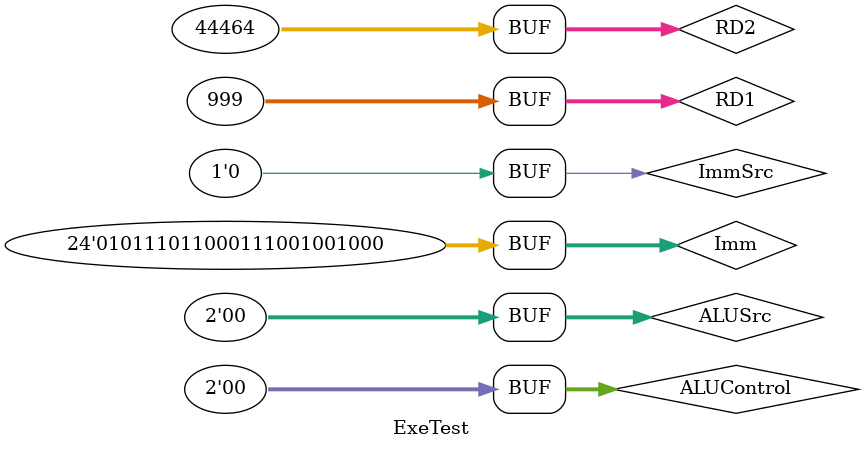
<source format=v>
`timescale 1ns / 1ps


module ExeTest;

	// Inputs
	reg [31:0] RD1;
	reg [31:0] RD2;
	reg [23:0] Imm;
	reg [1:0] ALUSrc;
	reg ImmSrc;
	reg [1:0] ALUControl;

	// Outputs
	wire [3:0] ALUFlags;
	wire [31:0] ALUResult;

	// Instantiate the Unit Under Test (UUT)
	Execution uut (
		.RD1(RD1), 
		.RD2(RD2), 
		.Imm(Imm), 
		.ALUSrc(ALUSrc), 
		.ImmSrc(ImmSrc), 
		.ALUControl(ALUControl), 
		.ALUFlags(ALUFlags), 
		.ALUResult(ALUResult)
	);

	initial begin
		// Initialize Inputs
		RD1 = 0;
		RD2 = 0;
		Imm = 0;
		ALUSrc = 0;
		ImmSrc = 0;
		ALUControl = 0;

		//---------------------------------------------Suma, Resta, And, Or

		// Wait 100 ns for global reset to finish
		/*#100;
		
		RD1 = 32'd3298765;
		RD2 = 32'd433567;
		Imm = 0;
		ALUSrc = 0;
		ImmSrc = 0;
		ALUControl = 2'b0;		
		
		#100;
		
		RD1 = 32'd342;
		RD2 = 32'd1;
		Imm = 0;
		ALUSrc = 0;
		ImmSrc = 0;
		ALUControl = 2'b01;	

		#100;
		
		RD1 = 32'd55555;
		RD2 = 32'd437;
		Imm = 0;
		ALUSrc = 0;
		ImmSrc = 0;
		ALUControl = 2'b10;	

		#100;
		
		RD1 = 32'd55555;
		RD2 = 32'd437;
		Imm = 0;
		ALUSrc = 0;
		ImmSrc = 0;
		ALUControl = 2'b11;	*/	
		
		//----------------------------------------------Banderas
		
		//cero
		/*
		
		#100;
		
		RD1 = 32'd444;
		RD2 = 32'd444;
		Imm = 0;
		ALUSrc = 0;
		ImmSrc = 0;
		ALUControl = 2'b01;		
		
		//Negativo

		#100;
		
		RD1 = 32'd444;
		RD2 = 32'd44464;
		Imm = 0;
		ALUSrc = 0;
		ImmSrc = 0;
		ALUControl = 2'b01;				
		
		
		//Overflow
        
		#100;
		
		RD1 = {32{1'd1}};
		RD2 = 32'd44464;
		Imm = 0;
		ALUSrc = 0;
		ImmSrc = 0;
		ALUControl = 2'b01;		*/


		//---------------------------------------------------ExtImm
		
		
		#100;
		
		RD1 = 32'd999;
		RD2 = 32'd44464;
		Imm = 24'd6131272;
		ALUSrc = 1;
		ImmSrc = 0;
		ALUControl = 2'b01;		

		#100;
		
		RD1 = 32'd999;
		RD2 = 32'd44464;
		Imm = 24'd6131278;
		ALUSrc = 1;
		ImmSrc = 0;
		ALUControl = 2'b00;	


		#100;
		
		RD1 = 32'd999;
		RD2 = 32'd44464;
		Imm = 24'd6131272;
		ALUSrc = 0;
		ImmSrc = 0;
		ALUControl = 2'b00;			
		
		
		  
		// Add stimulus here

	end
      
endmodule


</source>
